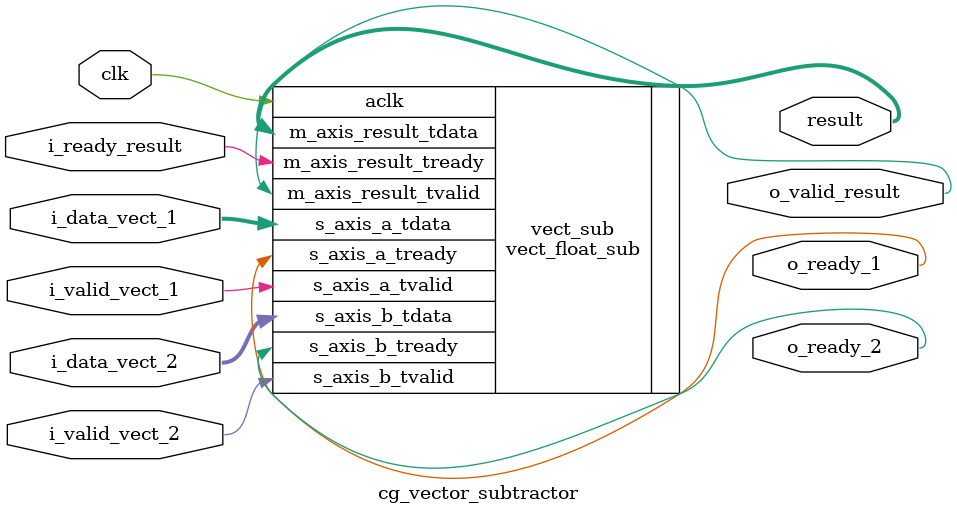
<source format=v>
`include "../../../include_file.v"
module cg_vector_subtractor(
input wire clk,
input wire [31:0] i_data_vect_1,
input wire i_valid_vect_2,
input wire i_valid_vect_1,

input wire [31:0] i_data_vect_2,    
output wire [31:0] result,
input wire i_ready_result,
output wire o_valid_result,
output wire o_ready_1,
output wire o_ready_2    

);


    
    
vect_float_sub vect_sub (
      .aclk(clk),                                  // input wire aclk
      .s_axis_a_tvalid(i_valid_vect_1),            // input wire s_axis_a_tvalid
      .s_axis_a_tready(o_ready_1),            // output wire s_axis_a_tready
      .s_axis_a_tdata(i_data_vect_1),              // input wire [31 : 0] s_axis_a_tdata
      .s_axis_b_tvalid(i_valid_vect_2),            // input wire s_axis_b_tvalid
      .s_axis_b_tready(o_ready_2),            // output wire s_axis_b_tready
      .s_axis_b_tdata(i_data_vect_2),              // input wire [31 : 0] s_axis_b_tdata
      .m_axis_result_tvalid(o_valid_result),  // output wire m_axis_result_tvalid
      .m_axis_result_tready(i_ready_result),  // input wire m_axis_result_tready
      .m_axis_result_tdata(result)    // output wire [31 : 0] m_axis_result_tdata
    );    
endmodule

</source>
